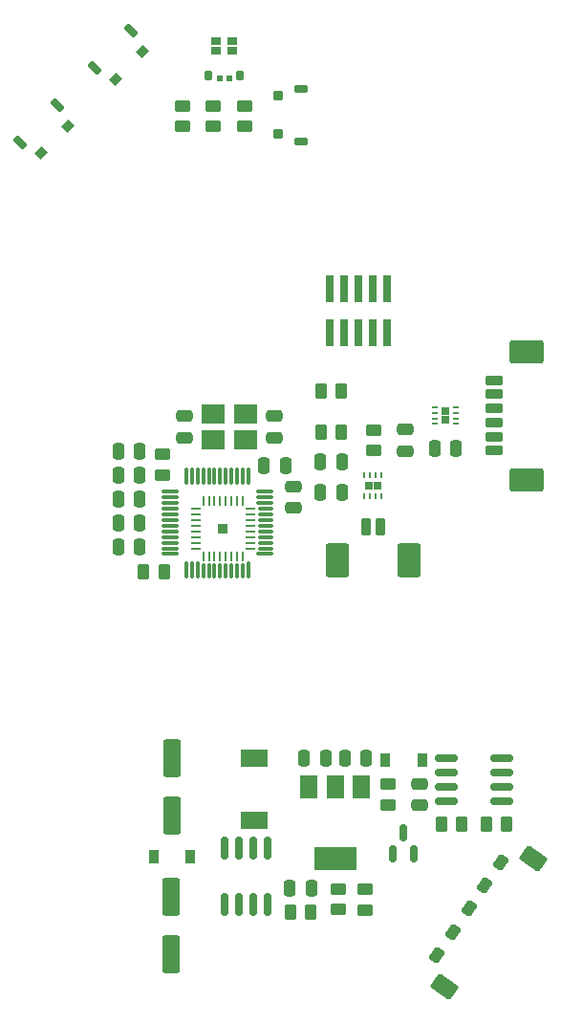
<source format=gbr>
G04 #@! TF.GenerationSoftware,KiCad,Pcbnew,(6.0.1-0)*
G04 #@! TF.CreationDate,2022-12-09T09:44:15-05:00*
G04 #@! TF.ProjectId,mobo,6d6f626f-2e6b-4696-9361-645f70636258,rev?*
G04 #@! TF.SameCoordinates,Original*
G04 #@! TF.FileFunction,Paste,Top*
G04 #@! TF.FilePolarity,Positive*
%FSLAX46Y46*%
G04 Gerber Fmt 4.6, Leading zero omitted, Abs format (unit mm)*
G04 Created by KiCad (PCBNEW (6.0.1-0)) date 2022-12-09 09:44:15*
%MOMM*%
%LPD*%
G01*
G04 APERTURE LIST*
G04 Aperture macros list*
%AMRoundRect*
0 Rectangle with rounded corners*
0 $1 Rounding radius*
0 $2 $3 $4 $5 $6 $7 $8 $9 X,Y pos of 4 corners*
0 Add a 4 corners polygon primitive as box body*
4,1,4,$2,$3,$4,$5,$6,$7,$8,$9,$2,$3,0*
0 Add four circle primitives for the rounded corners*
1,1,$1+$1,$2,$3*
1,1,$1+$1,$4,$5*
1,1,$1+$1,$6,$7*
1,1,$1+$1,$8,$9*
0 Add four rect primitives between the rounded corners*
20,1,$1+$1,$2,$3,$4,$5,0*
20,1,$1+$1,$4,$5,$6,$7,0*
20,1,$1+$1,$6,$7,$8,$9,0*
20,1,$1+$1,$8,$9,$2,$3,0*%
G04 Aperture macros list end*
%ADD10RoundRect,0.250000X0.450000X-0.262500X0.450000X0.262500X-0.450000X0.262500X-0.450000X-0.262500X0*%
%ADD11RoundRect,0.250000X-0.250000X-0.475000X0.250000X-0.475000X0.250000X0.475000X-0.250000X0.475000X0*%
%ADD12RoundRect,0.100000X0.250000X0.300000X-0.250000X0.300000X-0.250000X-0.300000X0.250000X-0.300000X0*%
%ADD13RoundRect,0.100000X0.150000X0.175000X-0.150000X0.175000X-0.150000X-0.175000X0.150000X-0.175000X0*%
%ADD14R,0.750000X0.650000*%
%ADD15R,0.500000X0.250000*%
%ADD16RoundRect,0.250000X-0.450000X0.262500X-0.450000X-0.262500X0.450000X-0.262500X0.450000X0.262500X0*%
%ADD17R,0.900000X1.200000*%
%ADD18RoundRect,0.075000X-0.075000X0.662500X-0.075000X-0.662500X0.075000X-0.662500X0.075000X0.662500X0*%
%ADD19RoundRect,0.075000X-0.662500X0.075000X-0.662500X-0.075000X0.662500X-0.075000X0.662500X0.075000X0*%
%ADD20RoundRect,0.075000X-0.075000X0.575000X-0.075000X-0.575000X0.075000X-0.575000X0.075000X0.575000X0*%
%ADD21RoundRect,0.075000X-0.575000X0.075000X-0.575000X-0.075000X0.575000X-0.075000X0.575000X0.075000X0*%
%ADD22R,1.500000X2.000000*%
%ADD23R,3.800000X2.000000*%
%ADD24R,2.100000X1.800000*%
%ADD25R,0.740000X2.400000*%
%ADD26RoundRect,0.250000X0.550000X-1.412500X0.550000X1.412500X-0.550000X1.412500X-0.550000X-1.412500X0*%
%ADD27RoundRect,0.250000X-0.550000X1.412500X-0.550000X-1.412500X0.550000X-1.412500X0.550000X1.412500X0*%
%ADD28RoundRect,0.150000X0.150000X-0.587500X0.150000X0.587500X-0.150000X0.587500X-0.150000X-0.587500X0*%
%ADD29RoundRect,0.250000X0.475000X-0.250000X0.475000X0.250000X-0.475000X0.250000X-0.475000X-0.250000X0*%
%ADD30RoundRect,0.100000X0.035355X0.459619X-0.459619X-0.035355X-0.035355X-0.459619X0.459619X0.035355X0*%
%ADD31RoundRect,0.075000X0.212132X-0.530330X0.530330X-0.212132X-0.212132X0.530330X-0.530330X0.212132X0*%
%ADD32RoundRect,0.250000X-0.262500X-0.450000X0.262500X-0.450000X0.262500X0.450000X-0.262500X0.450000X0*%
%ADD33R,0.650000X0.750000*%
%ADD34R,0.250000X0.500000*%
%ADD35RoundRect,0.250000X0.262500X0.450000X-0.262500X0.450000X-0.262500X-0.450000X0.262500X-0.450000X0*%
%ADD36RoundRect,0.200000X0.600000X-0.200000X0.600000X0.200000X-0.600000X0.200000X-0.600000X-0.200000X0*%
%ADD37RoundRect,0.250001X1.249999X-0.799999X1.249999X0.799999X-1.249999X0.799999X-1.249999X-0.799999X0*%
%ADD38RoundRect,0.100000X0.300000X-0.350000X0.300000X0.350000X-0.300000X0.350000X-0.300000X-0.350000X0*%
%ADD39RoundRect,0.075000X-0.525000X0.225000X-0.525000X-0.225000X0.525000X-0.225000X0.525000X0.225000X0*%
%ADD40RoundRect,0.200000X-0.200000X-0.600000X0.200000X-0.600000X0.200000X0.600000X-0.200000X0.600000X0*%
%ADD41RoundRect,0.250001X-0.799999X-1.249999X0.799999X-1.249999X0.799999X1.249999X-0.799999X1.249999X0*%
%ADD42RoundRect,0.150000X-0.825000X-0.150000X0.825000X-0.150000X0.825000X0.150000X-0.825000X0.150000X0*%
%ADD43RoundRect,0.250000X0.250000X0.475000X-0.250000X0.475000X-0.250000X-0.475000X0.250000X-0.475000X0*%
%ADD44R,2.400000X1.500000*%
%ADD45RoundRect,0.232500X-0.232500X0.232500X-0.232500X-0.232500X0.232500X-0.232500X0.232500X0.232500X0*%
%ADD46RoundRect,0.062500X-0.062500X0.375000X-0.062500X-0.375000X0.062500X-0.375000X0.062500X0.375000X0*%
%ADD47RoundRect,0.062500X-0.375000X0.062500X-0.375000X-0.062500X0.375000X-0.062500X0.375000X0.062500X0*%
%ADD48RoundRect,0.250000X-0.475000X0.250000X-0.475000X-0.250000X0.475000X-0.250000X0.475000X0.250000X0*%
%ADD49RoundRect,0.250000X-0.024643X-0.471055X0.434219X0.184267X0.024643X0.471055X-0.434219X-0.184267X0*%
%ADD50RoundRect,0.150000X0.413570X-1.022049X1.101862X-0.039067X-0.413570X1.022049X-1.101862X0.039067X0*%
%ADD51R,0.850000X0.650000*%
%ADD52RoundRect,0.150000X-0.150000X0.825000X-0.150000X-0.825000X0.150000X-0.825000X0.150000X0.825000X0*%
G04 APERTURE END LIST*
D10*
X112800000Y-110762500D03*
X112800000Y-108937500D03*
D11*
X109800000Y-97350000D03*
X111700000Y-97350000D03*
X93350000Y-70200000D03*
X95250000Y-70200000D03*
D12*
X104150000Y-36900000D03*
D13*
X103150000Y-37175000D03*
X102350000Y-37175000D03*
D12*
X101350000Y-36900000D03*
D14*
X122300000Y-67400000D03*
X122300000Y-66600000D03*
D15*
X123250000Y-67750000D03*
X123250000Y-67250000D03*
X123250000Y-66750000D03*
X123250000Y-66250000D03*
X121350000Y-66250000D03*
X121350000Y-66750000D03*
X121350000Y-67250000D03*
X121350000Y-67750000D03*
D10*
X104500000Y-41412500D03*
X104500000Y-39587500D03*
D16*
X116000000Y-68287500D03*
X116000000Y-70112500D03*
D17*
X117000000Y-97500000D03*
X120300000Y-97500000D03*
D16*
X97250000Y-70437500D03*
X97250000Y-72262500D03*
D18*
X104863335Y-72350240D03*
X104363335Y-72350240D03*
X103863335Y-72350240D03*
X103363335Y-72350240D03*
X102863335Y-72350240D03*
X102363335Y-72350240D03*
X101863335Y-72350240D03*
X101363335Y-72350240D03*
X100863335Y-72350240D03*
X100363335Y-72350240D03*
X99863335Y-72350240D03*
X99363335Y-72350240D03*
D19*
X97950835Y-73762740D03*
X97950835Y-74262740D03*
X97950835Y-74762740D03*
X97950835Y-75262740D03*
X97950835Y-75762740D03*
X97950835Y-76262740D03*
X97950835Y-76762740D03*
X97950835Y-77262740D03*
X97950835Y-77762740D03*
X97950835Y-78262740D03*
X97950835Y-78762740D03*
X97950835Y-79262740D03*
D18*
X99363335Y-80675240D03*
X99863335Y-80675240D03*
X100363335Y-80675240D03*
D20*
X100863335Y-80762740D03*
X101363335Y-80762740D03*
X101863335Y-80762740D03*
X102363335Y-80762740D03*
X102863335Y-80762740D03*
X103363335Y-80762740D03*
X103863335Y-80762740D03*
X104363335Y-80762740D03*
D18*
X104863335Y-80675240D03*
D19*
X106275835Y-79262740D03*
D21*
X106365835Y-78762740D03*
X106365835Y-78262740D03*
X106365835Y-77762740D03*
X106365835Y-77262740D03*
X106365835Y-76762740D03*
X106365835Y-76262740D03*
X106365835Y-75762740D03*
X106365835Y-75262740D03*
D19*
X106275835Y-74762740D03*
X106275835Y-74262740D03*
X106275835Y-73762740D03*
D10*
X101750000Y-41412500D03*
X101750000Y-39587500D03*
X99000000Y-41412500D03*
X99000000Y-39587500D03*
D22*
X114850000Y-99900000D03*
D23*
X112550000Y-106200000D03*
D22*
X112550000Y-99900000D03*
X110250000Y-99900000D03*
D24*
X104637740Y-66861905D03*
X101737740Y-66861905D03*
X101737740Y-69161905D03*
X104637740Y-69161905D03*
D25*
X117140000Y-55800000D03*
X117140000Y-59700000D03*
X115870000Y-55800000D03*
X115870000Y-59700000D03*
X114600000Y-55800000D03*
X114600000Y-59700000D03*
X113330000Y-55800000D03*
X113330000Y-59700000D03*
X112060000Y-55800000D03*
X112060000Y-59700000D03*
D11*
X93350000Y-78600000D03*
X95250000Y-78600000D03*
D10*
X115200000Y-110775000D03*
X115200000Y-108950000D03*
D26*
X98000000Y-114687500D03*
X98000000Y-109612500D03*
D27*
X98100000Y-97312500D03*
X98100000Y-102387500D03*
D11*
X111250000Y-73800000D03*
X113150000Y-73800000D03*
D28*
X117650000Y-105837500D03*
X119550000Y-105837500D03*
X118600000Y-103962500D03*
D29*
X108850000Y-75200000D03*
X108850000Y-73300000D03*
D30*
X93087868Y-37192031D03*
X95492031Y-34787868D03*
D31*
X94502082Y-32949390D03*
X91249390Y-36202082D03*
D32*
X111287500Y-64800000D03*
X113112500Y-64800000D03*
D11*
X108550000Y-108900000D03*
X110450000Y-108900000D03*
D33*
X115500000Y-73200000D03*
X116300000Y-73200000D03*
D34*
X115150000Y-74150000D03*
X115650000Y-74150000D03*
X116150000Y-74150000D03*
X116650000Y-74150000D03*
X116650000Y-72250000D03*
X116150000Y-72250000D03*
X115650000Y-72250000D03*
X115150000Y-72250000D03*
D35*
X127762500Y-103150000D03*
X125937500Y-103150000D03*
D36*
X126600000Y-70125000D03*
X126600000Y-68875000D03*
X126600000Y-67625000D03*
X126600000Y-66375000D03*
X126600000Y-65125000D03*
X126600000Y-63875000D03*
D37*
X129500000Y-61325000D03*
X129500000Y-72675000D03*
D11*
X113400000Y-97350000D03*
X115300000Y-97350000D03*
X93350000Y-76500000D03*
X95250000Y-76500000D03*
D35*
X113112500Y-68500000D03*
X111287500Y-68500000D03*
D11*
X111250000Y-71100000D03*
X113150000Y-71100000D03*
D38*
X107500000Y-38700000D03*
X107500000Y-42100000D03*
D39*
X109500000Y-42700000D03*
X109500000Y-38100000D03*
D29*
X120000000Y-101500000D03*
X120000000Y-99600000D03*
D40*
X115275000Y-76900000D03*
X116525000Y-76900000D03*
D41*
X119075000Y-79800000D03*
X112725000Y-79800000D03*
D42*
X122375000Y-97345000D03*
X122375000Y-98615000D03*
X122375000Y-99885000D03*
X122375000Y-101155000D03*
X127325000Y-101155000D03*
X127325000Y-99885000D03*
X127325000Y-98615000D03*
X127325000Y-97345000D03*
D16*
X117250000Y-99637500D03*
X117250000Y-101462500D03*
D35*
X97412500Y-80800000D03*
X95587500Y-80800000D03*
D43*
X108150000Y-71400000D03*
X106250000Y-71400000D03*
D35*
X123762500Y-103150000D03*
X121937500Y-103150000D03*
D44*
X105400000Y-102850000D03*
X105400000Y-97350000D03*
D45*
X102613335Y-77012740D03*
D46*
X104363335Y-74575240D03*
X103863335Y-74575240D03*
X103363335Y-74575240D03*
X102863335Y-74575240D03*
X102363335Y-74575240D03*
X101863335Y-74575240D03*
X101363335Y-74575240D03*
X100863335Y-74575240D03*
D47*
X100175835Y-75262740D03*
X100175835Y-75762740D03*
X100175835Y-76262740D03*
X100175835Y-76762740D03*
X100175835Y-77262740D03*
X100175835Y-77762740D03*
X100175835Y-78262740D03*
X100175835Y-78762740D03*
D46*
X100863335Y-79450240D03*
X101363335Y-79450240D03*
X101863335Y-79450240D03*
X102363335Y-79450240D03*
X102863335Y-79450240D03*
X103363335Y-79450240D03*
X103863335Y-79450240D03*
X104363335Y-79450240D03*
D47*
X105050835Y-78762740D03*
X105050835Y-78262740D03*
X105050835Y-77762740D03*
X105050835Y-77262740D03*
X105050835Y-76762740D03*
X105050835Y-76262740D03*
X105050835Y-75762740D03*
X105050835Y-75262740D03*
D11*
X121350000Y-69900000D03*
X123250000Y-69900000D03*
D48*
X107187740Y-67061905D03*
X107187740Y-68961905D03*
D11*
X93350000Y-74400000D03*
X95250000Y-74400000D03*
D49*
X121522811Y-114762571D03*
X122956752Y-112714691D03*
X124390693Y-110666811D03*
X125824634Y-108618931D03*
X127258575Y-106571051D03*
D50*
X122194192Y-117552149D03*
X130109547Y-106247851D03*
D35*
X110412500Y-110950000D03*
X108587500Y-110950000D03*
D29*
X99187740Y-68961905D03*
X99187740Y-67061905D03*
D51*
X102025000Y-34675000D03*
X102025000Y-33825000D03*
X103475000Y-33825000D03*
X103475000Y-34675000D03*
D11*
X93350000Y-72300000D03*
X95250000Y-72300000D03*
D52*
X106605000Y-105325000D03*
X105335000Y-105325000D03*
X104065000Y-105325000D03*
X102795000Y-105325000D03*
X102795000Y-110275000D03*
X104065000Y-110275000D03*
X105335000Y-110275000D03*
X106605000Y-110275000D03*
D30*
X86487868Y-43792031D03*
X88892031Y-41387868D03*
D31*
X87902082Y-39549390D03*
X84649390Y-42802082D03*
D29*
X118800000Y-70150000D03*
X118800000Y-68250000D03*
D17*
X99750000Y-106050000D03*
X96450000Y-106050000D03*
M02*

</source>
